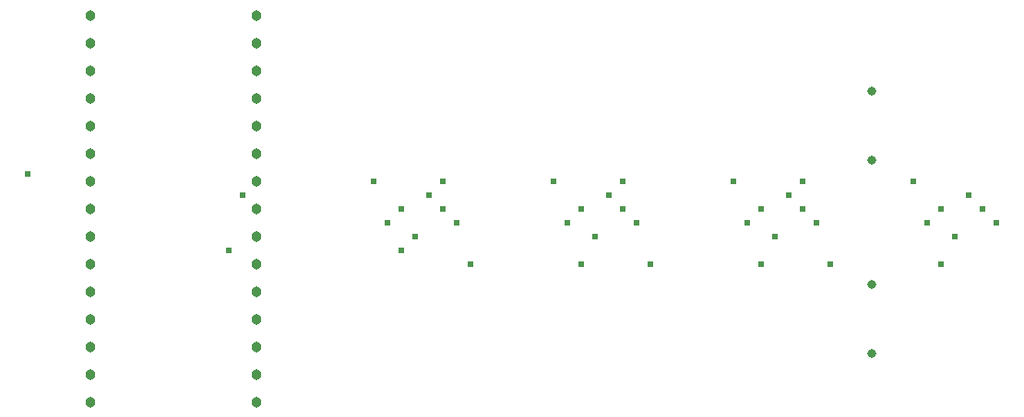
<source format=gbr>
G04 Easy-PC Gerber Version 25.0 Build 5877*
G04 #@! TF.Part,Single*
G04 #@! TF.FilePolarity,Positive*
%FSLAX35Y35*%
%MOIN*%
G04 #@! TA.AperFunction,ViaDrill*
%ADD15C,0.02400*%
%ADD16C,0.03200*%
G04 #@! TA.AperFunction,ComponentDrill*
%ADD17C,0.03800*%
G04 #@! TD.AperFunction*
X0Y0D02*
D02*
D15*
X152750Y332750D03*
X225250Y305250D03*
X230250Y325250D03*
X277750Y330250D03*
X282750Y315250D03*
X287750Y305250D03*
Y320250D03*
X292750Y310250D03*
X297750Y325250D03*
X302750Y320250D03*
Y330250D03*
X307750Y315250D03*
X312750Y300250D03*
X342750Y330250D03*
X347750Y315250D03*
X352750Y300250D03*
Y320250D03*
X357750Y310250D03*
X362750Y325250D03*
X367750Y320250D03*
Y330250D03*
X372750Y315250D03*
X377750Y300250D03*
X407750Y330250D03*
X412750Y315250D03*
X417750Y300250D03*
Y320250D03*
X422750Y310250D03*
X427750Y325250D03*
X432750Y320250D03*
Y330250D03*
X437750Y315250D03*
X442750Y300250D03*
X472750Y330250D03*
X477750Y315250D03*
X482750Y300250D03*
Y320250D03*
X487750Y310250D03*
X492750Y325250D03*
X497750Y320250D03*
X502750Y315250D03*
D02*
D16*
X457750Y267750D03*
Y292750D03*
Y337750D03*
Y362750D03*
D02*
D17*
X175250Y250250D03*
Y260250D03*
Y270250D03*
Y280250D03*
Y290250D03*
Y300250D03*
Y310250D03*
Y320250D03*
Y330250D03*
Y340250D03*
Y350250D03*
Y360250D03*
Y370250D03*
Y380250D03*
Y390250D03*
X235250Y250250D03*
Y260250D03*
Y270250D03*
Y280250D03*
Y290250D03*
Y300250D03*
Y310250D03*
Y320250D03*
Y330250D03*
Y340250D03*
Y350250D03*
Y360250D03*
Y370250D03*
Y380250D03*
Y390250D03*
X0Y0D02*
M02*

</source>
